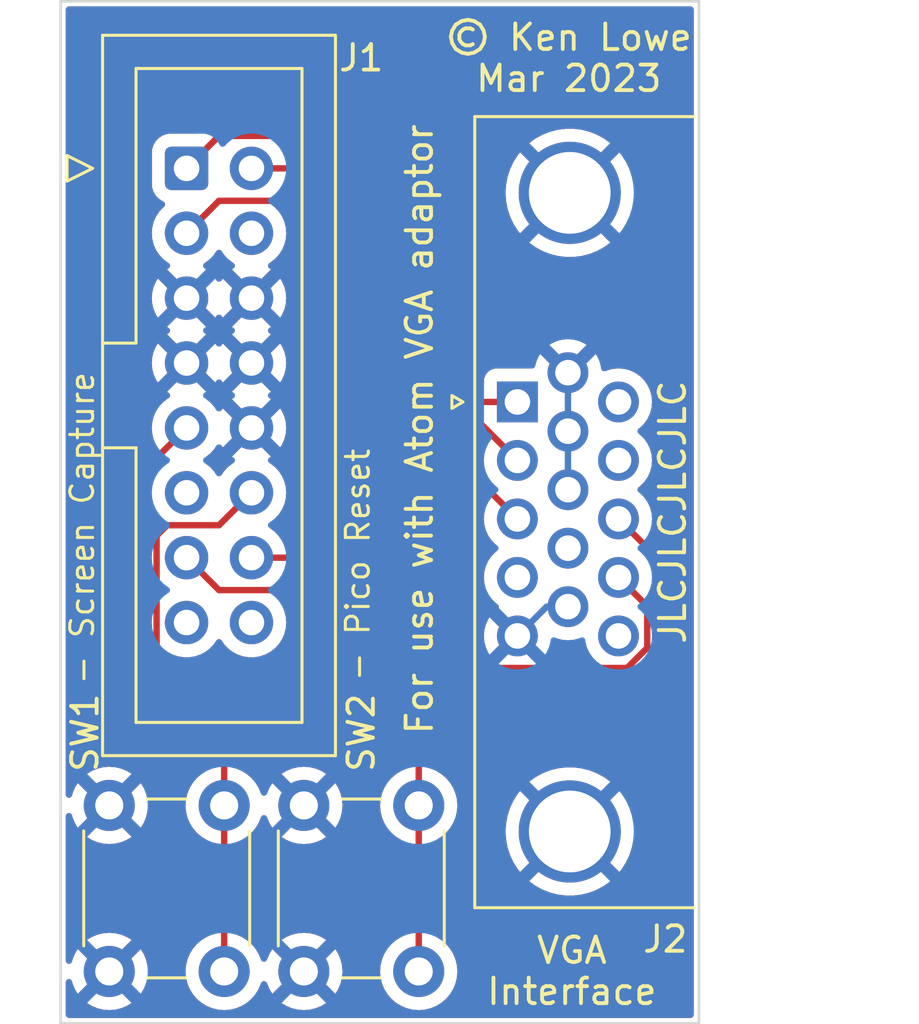
<source format=kicad_pcb>
(kicad_pcb (version 20221018) (generator pcbnew)
  (title_block (title "VGA Connector Board") (date "2023-10-03") (rev "02"))
  (layers (0 "F.Cu" signal) (31 "B.Cu" signal) (34 "B.Paste" user) (35 "F.Paste" user) (36 "B.SilkS" user "B.Silkscreen") (37 "F.SilkS" user "F.Silkscreen") (38 "B.Mask" user) (39 "F.Mask" user) (44 "Edge.Cuts" user))
  (net 0 "")
  (net 1 "/VGA_RED")
  (net 2 "/VGA_GREEN")
  (net 3 "/VGA_BLUE")
  (net 5 "GND")
  (net 6 "/~{SCR_CAP}")
  (net 8 "/~{PICO_RST}")
  (net 9 "/HSYNC")
  (net 10 "/VSYNC")
  (footprint "Button_Switch_THT:SW_PUSH_6mm" (layer "F.Cu") (at 144.218 94.789 -90)
    (fp_text reference "SW1" (at -2.846 5.4504 90) (layer "F.SilkS"))
    (fp_text value "SW_SPST")
    (fp_line (start -0.25 1.5) (end -0.25 3) (stroke (width 0.12)) (layer "F.SilkS"))
    (fp_line (start 1 5.5) (end 5.5 5.5) (stroke (width 0.12)) (layer "F.SilkS"))
    (fp_line (start 5.5 -1) (end 1 -1) (stroke (width 0.12)) (layer "F.SilkS"))
    (fp_line (start 6.75 3) (end 6.75 1.5) (stroke (width 0.12)) (layer "F.SilkS"))
    (pad "1" thru_hole circle (at 0 0) (size 2 2) (drill 1.1) (layers "*.Cu" "*.Mask") (net 6 "/~{SCR_CAP}"))
    (pad "1" thru_hole circle (at 6.5 0) (size 2 2) (drill 1.1) (layers "*.Cu" "*.Mask") (net 6 "/~{SCR_CAP}"))
    (pad "2" thru_hole circle (at 0 4.5) (size 2 2) (drill 1.1) (layers "*.Cu" "*.Mask") (net 5 "GND"))
    (pad "2" thru_hole circle (at 6.5 4.5) (size 2 2) (drill 1.1) (layers "*.Cu" "*.Mask") (net 5 "GND"))
  )
  (footprint "Button_Switch_THT:SW_PUSH_6mm" (layer "F.Cu") (at 151.838 94.789 -90)
    (fp_text reference "SW2" (at -2.846 2.25 90) (layer "F.SilkS"))
    (fp_text value "SW_SPST")
    (fp_line (start -0.25 1.5) (end -0.25 3) (stroke (width 0.12)) (layer "F.SilkS"))
    (fp_line (start 1 5.5) (end 5.5 5.5) (stroke (width 0.12)) (layer "F.SilkS"))
    (fp_line (start 5.5 -1) (end 1 -1) (stroke (width 0.12)) (layer "F.SilkS"))
    (fp_line (start 6.75 3) (end 6.75 1.5) (stroke (width 0.12)) (layer "F.SilkS"))
    (pad "1" thru_hole circle (at 0 0) (size 2 2) (drill 1.1) (layers "*.Cu" "*.Mask") (net 8 "/~{PICO_RST}"))
    (pad "1" thru_hole circle (at 6.5 0) (size 2 2) (drill 1.1) (layers "*.Cu" "*.Mask") (net 8 "/~{PICO_RST}"))
    (pad "2" thru_hole circle (at 0 4.5) (size 2 2) (drill 1.1) (layers "*.Cu" "*.Mask") (net 5 "GND"))
    (pad "2" thru_hole circle (at 6.5 4.5) (size 2 2) (drill 1.1) (layers "*.Cu" "*.Mask") (net 5 "GND"))
  )
  (footprint "Connector_IDC:IDC-Header_2x08_P2.54mm_Vertical" (layer "F.Cu") (at 142.746 69.85)
    (fp_text reference "J1" (at 6.842 -4.323) (layer "F.SilkS"))
    (fp_text value "Conn_02x08_Odd_Even")
    (fp_line (start -4.68 -0.5) (end -4.68 0.5) (stroke (width 0.12)) (layer "F.SilkS"))
    (fp_line (start -4.68 0.5) (end -3.68 0) (stroke (width 0.12)) (layer "F.SilkS"))
    (fp_line (start -3.68 0) (end -4.68 -0.5) (stroke (width 0.12)) (layer "F.SilkS"))
    (fp_line (start -3.29 -5.21) (end 5.83 -5.21) (stroke (width 0.12)) (layer "F.SilkS"))
    (fp_line (start -3.29 6.84) (end -1.98 6.84) (stroke (width 0.12)) (layer "F.SilkS"))
    (fp_line (start -3.29 22.99) (end -3.29 -5.21) (stroke (width 0.12)) (layer "F.SilkS"))
    (fp_line (start -1.98 -3.91) (end 4.52 -3.91) (stroke (width 0.12)) (layer "F.SilkS"))
    (fp_line (start -1.98 6.84) (end -1.98 -3.91) (stroke (width 0.12)) (layer "F.SilkS"))
    (fp_line (start -1.98 10.94) (end -3.29 10.94) (stroke (width 0.12)) (layer "F.SilkS"))
    (fp_line (start -1.98 10.94) (end -1.98 10.94) (stroke (width 0.12)) (layer "F.SilkS"))
    (fp_line (start -1.98 21.69) (end -1.98 10.94) (stroke (width 0.12)) (layer "F.SilkS"))
    (fp_line (start 4.52 -3.91) (end 4.52 21.69) (stroke (width 0.12)) (layer "F.SilkS"))
    (fp_line (start 4.52 21.69) (end -1.98 21.69) (stroke (width 0.12)) (layer "F.SilkS"))
    (fp_line (start 5.83 -5.21) (end 5.83 22.99) (stroke (width 0.12)) (layer "F.SilkS"))
    (fp_line (start 5.83 22.99) (end -3.29 22.99) (stroke (width 0.12)) (layer "F.SilkS"))
    (pad "1" thru_hole roundrect (at 0 0) (size 1.7 1.7) (drill 1) (layers "*.Cu" "*.Mask") (roundrect_rratio 0.1470588235) (net 1 "/VGA_RED"))
    (pad "2" thru_hole circle (at 2.54 0) (size 1.7 1.7) (drill 1) (layers "*.Cu" "*.Mask") (net 2 "/VGA_GREEN"))
    (pad "3" thru_hole circle (at 0 2.54) (size 1.7 1.7) (drill 1) (layers "*.Cu" "*.Mask") (net 3 "/VGA_BLUE"))
    (pad "4" thru_hole circle (at 2.54 2.54) (size 1.7 1.7) (drill 1) (layers "*.Cu" "*.Mask"))
    (pad "5" thru_hole circle (at 0 5.08) (size 1.7 1.7) (drill 1) (layers "*.Cu" "*.Mask") (net 5 "GND"))
    (pad "6" thru_hole circle (at 2.54 5.08) (size 1.7 1.7) (drill 1) (layers "*.Cu" "*.Mask") (net 5 "GND"))
    (pad "7" thru_hole circle (at 0 7.62) (size 1.7 1.7) (drill 1) (layers "*.Cu" "*.Mask") (net 5 "GND"))
    (pad "8" thru_hole circle (at 2.54 7.62) (size 1.7 1.7) (drill 1) (layers "*.Cu" "*.Mask") (net 5 "GND"))
    (pad "9" thru_hole circle (at 0 10.16) (size 1.7 1.7) (drill 1) (layers "*.Cu" "*.Mask") (net 6 "/~{SCR_CAP}"))
    (pad "10" thru_hole circle (at 2.54 10.16) (size 1.7 1.7) (drill 1) (layers "*.Cu" "*.Mask") (net 5 "GND"))
    (pad "11" thru_hole circle (at 0 12.7) (size 1.7 1.7) (drill 1) (layers "*.Cu" "*.Mask"))
    (pad "12" thru_hole circle (at 2.54 12.7) (size 1.7 1.7) (drill 1) (layers "*.Cu" "*.Mask") (net 8 "/~{PICO_RST}"))
    (pad "13" thru_hole circle (at 0 15.24) (size 1.7 1.7) (drill 1) (layers "*.Cu" "*.Mask") (net 9 "/HSYNC"))
    (pad "14" thru_hole circle (at 2.54 15.24) (size 1.7 1.7) (drill 1) (layers "*.Cu" "*.Mask") (net 10 "/VSYNC"))
    (pad "15" thru_hole circle (at 0 17.78) (size 1.7 1.7) (drill 1) (layers "*.Cu" "*.Mask"))
    (pad "16" thru_hole circle (at 2.54 17.78) (size 1.7 1.7) (drill 1) (layers "*.Cu" "*.Mask"))
  )
  (footprint "Connector_Dsub:DSUB-15-HD_Female_Horizontal_P2.29x1.98mm_EdgePinOffset3.03mm_Housed_MountingHolesOffset4.94mm" (layer "F.Cu") (at 155.702 78.994 90)
    (fp_text reference "J2" (at -21.0312 5.7912 180) (layer "F.SilkS"))
    (fp_text value "DB15_Female_HighDensity_MountingHoles")
    (fp_line (start -19.8 -1.67) (end 11.17 -1.67) (stroke (width 0.12)) (layer "F.SilkS"))
    (fp_line (start -19.8 6.93) (end -19.8 -1.67) (stroke (width 0.12)) (layer "F.SilkS"))
    (fp_line (start -0.25 -2.564338) (end 0.25 -2.564338) (stroke (width 0.12)) (layer "F.SilkS"))
    (fp_line (start 0 -2.131325) (end -0.25 -2.564338) (stroke (width 0.12)) (layer "F.SilkS"))
    (fp_line (start 0.25 -2.564338) (end 0 -2.131325) (stroke (width 0.12)) (layer "F.SilkS"))
    (fp_line (start 11.17 -1.67) (end 11.17 6.93) (stroke (width 0.12)) (layer "F.SilkS"))
    (pad "0" thru_hole circle (at -16.815 2.05 90) (size 4 4) (drill 3.2) (layers "*.Cu" "*.Mask") (net 5 "GND"))
    (pad "0" thru_hole circle (at 8.185 2.05 90) (size 4 4) (drill 3.2) (layers "*.Cu" "*.Mask") (net 5 "GND"))
    (pad "1" thru_hole rect (at 0 0 90) (size 1.6 1.6) (drill 1) (layers "*.Cu" "*.Mask") (net 1 "/VGA_RED"))
    (pad "2" thru_hole circle (at -2.29 0 90) (size 1.6 1.6) (drill 1) (layers "*.Cu" "*.Mask") (net 2 "/VGA_GREEN"))
    (pad "3" thru_hole circle (at -4.58 0 90) (size 1.6 1.6) (drill 1) (layers "*.Cu" "*.Mask") (net 3 "/VGA_BLUE"))
    (pad "4" thru_hole circle (at -6.87 0 90) (size 1.6 1.6) (drill 1) (layers "*.Cu" "*.Mask"))
    (pad "5" thru_hole circle (at -9.16 0 90) (size 1.6 1.6) (drill 1) (layers "*.Cu" "*.Mask") (net 5 "GND"))
    (pad "6" thru_hole circle (at 1.145 1.98 90) (size 1.6 1.6) (drill 1) (layers "*.Cu" "*.Mask") (net 5 "GND"))
    (pad "7" thru_hole circle (at -1.145 1.98 90) (size 1.6 1.6) (drill 1) (layers "*.Cu" "*.Mask") (net 5 "GND"))
    (pad "8" thru_hole circle (at -3.435 1.98 90) (size 1.6 1.6) (drill 1) (layers "*.Cu" "*.Mask") (net 5 "GND"))
    (pad "9" thru_hole circle (at -5.725 1.98 90) (size 1.6 1.6) (drill 1) (layers "*.Cu" "*.Mask"))
    (pad "10" thru_hole circle (at -8.015 1.98 90) (size 1.6 1.6) (drill 1) (layers "*.Cu" "*.Mask") (net 5 "GND"))
    (pad "11" thru_hole circle (at 0 3.96 90) (size 1.6 1.6) (drill 1) (layers "*.Cu" "*.Mask"))
    (pad "12" thru_hole circle (at -2.29 3.96 90) (size 1.6 1.6) (drill 1) (layers "*.Cu" "*.Mask"))
    (pad "13" thru_hole circle (at -4.58 3.96 90) (size 1.6 1.6) (drill 1) (layers "*.Cu" "*.Mask") (net 9 "/HSYNC"))
    (pad "14" thru_hole circle (at -6.87 3.96 90) (size 1.6 1.6) (drill 1) (layers "*.Cu" "*.Mask") (net 10 "/VSYNC"))
    (pad "15" thru_hole circle (at -9.16 3.96 90) (size 1.6 1.6) (drill 1) (layers "*.Cu" "*.Mask"))
  )
  (gr_line (start 162.812 103.309) (end 137.812 103.309) (stroke (width 0.1)) (layer "Edge.Cuts"))
  (gr_line (start 137.812 63.309) (end 162.812 63.309) (stroke (width 0.1)) (layer "Edge.Cuts"))
  (gr_line (start 137.812 103.309) (end 137.812 63.309) (stroke (width 0.1)) (layer "Edge.Cuts"))
  (gr_line (start 162.812 63.309) (end 162.812 103.309) (stroke (width 0.1)) (layer "Edge.Cuts"))
  (gr_text "© Ken Lowe\nMar 2023" (at 157.716 65.527) (layer "F.SilkS") (effects (font (size 1 1))))
  (gr_text "VGA\nInterface" (at 157.8356 101.2698) (layer "F.SilkS") (effects (font (size 1 1))))
  (gr_text "- Pico Reset" (at 149.4536 89.9922 90) (layer "F.SilkS") (effects (font (size 0.9 0.9) (thickness 0.12)) (justify left)))
  (gr_text "For use with Atom VGA adaptor" (at 151.8666 80.0608 90) (layer "F.SilkS") (effects (font (size 1 1))))
  (gr_text "- Screen Capture" (at 138.6586 90.1192 90) (layer "F.SilkS") (effects (font (size 0.9 0.9) (thickness 0.12)) (justify left)))
  (gr_text "JLCJLCJLCJLC" (at 161.78 83.307 90) (layer "F.SilkS") (effects (font (size 1 1))))
  (segment (start 150.114 78.994) (end 155.702 78.994) (width 0.25) (layer "F.Cu") (net 1))
  (segment (start 144.016 68.58) (end 149.098 68.58) (width 0.25) (layer "F.Cu") (net 1))
  (segment (start 149.098 68.58) (end 149.606 69.088) (width 0.25) (layer "F.Cu") (net 1))
  (segment (start 149.606 69.088) (end 149.606 78.486) (width 0.25) (layer "F.Cu") (net 1))
  (segment (start 144.016 68.58) (end 142.746 69.85) (width 0.25) (layer "F.Cu") (net 1))
  (segment (start 149.606 78.486) (end 150.114 78.994) (width 0.25) (layer "F.Cu") (net 1))
  (segment (start 149.927604 79.444) (end 149.098 78.614396) (width 0.25) (layer "F.Cu") (net 2))
  (segment (start 155.702 81.284) (end 153.862 79.444) (width 0.25) (layer "F.Cu") (net 2))
  (segment (start 149.098 78.614396) (end 149.098 70.358) (width 0.25) (layer "F.Cu") (net 2))
  (segment (start 148.59 69.85) (end 145.286 69.85) (width 0.25) (layer "F.Cu") (net 2))
  (segment (start 149.098 70.358) (end 148.59 69.85) (width 0.25) (layer "F.Cu") (net 2))
  (segment (start 153.862 79.444) (end 149.927604 79.444) (width 0.25) (layer "F.Cu") (net 2))
  (segment (start 148.59 78.742792) (end 148.59 71.628) (width 0.25) (layer "F.Cu") (net 3))
  (segment (start 153.812 80.309) (end 153.397 79.894) (width 0.25) (layer "F.Cu") (net 3))
  (segment (start 153.397 79.894) (end 149.741208 79.894) (width 0.25) (layer "F.Cu") (net 3))
  (segment (start 155.702 83.574) (end 153.812 81.684) (width 0.25) (layer "F.Cu") (net 3))
  (segment (start 149.741208 79.894) (end 148.59 78.742792) (width 0.25) (layer "F.Cu") (net 3))
  (segment (start 144.016 71.12) (end 142.746 72.39) (width 0.25) (layer "F.Cu") (net 3))
  (segment (start 153.812 81.684) (end 153.812 80.309) (width 0.25) (layer "F.Cu") (net 3))
  (segment (start 144.016 71.12) (end 148.082 71.12) (width 0.25) (layer "F.Cu") (net 3))
  (segment (start 148.59 71.628) (end 148.082 71.12) (width 0.25) (layer "F.Cu") (net 3))
  (segment (start 155.522 98.039) (end 155.857 97.704) (width 0.25) (layer "B.Cu") (net 5))
  (segment (start 147.338 101.289) (end 150.588 98.039) (width 0.25) (layer "B.Cu") (net 5))
  (segment (start 157.682 80.139) (end 157.682 82.429) (width 0.25) (layer "B.Cu") (net 5))
  (segment (start 155.857 97.704) (end 157.752 95.809) (width 0.25) (layer "B.Cu") (net 5))
  (segment (start 160.292 73.349) (end 157.752 70.809) (width 0.25) (layer "B.Cu") (net 5))
  (segment (start 145.286 80.01) (end 144.016 78.74) (width 0.25) (layer "B.Cu") (net 5))
  (segment (start 147.338 101.289) (end 144.088 98.039) (width 0.25) (layer "B.Cu") (net 5))
  (segment (start 155.702 88.154) (end 154.551 87.003) (width 0.25) (layer "B.Cu") (net 5))
  (segment (start 142.968 98.039) (end 139.718 101.289) (width 0.25) (layer "B.Cu") (net 5))
  (segment (start 149.243 85.922) (end 149.243 83.967) (width 0.25) (layer "B.Cu") (net 5))
  (segment (start 142.746 77.47) (end 145.286 74.93) (width 0.25) (layer "B.Cu") (net 5))
  (segment (start 149.243 83.967) (end 145.286 80.01) (width 0.25) (layer "B.Cu") (net 5))
  (segment (start 146.556 76.2) (end 145.286 74.93) (width 0.25) (layer "B.Cu") (net 5))
  (segment (start 160.292 75.239) (end 160.292 73.349) (width 0.25) (layer "B.Cu") (net 5))
  (segment (start 156.033 76.2) (end 157.682 77.849) (width 0.25) (layer "B.Cu") (net 5))
  (segment (start 157.682 87.009) (end 156.847 87.009) (width 0.25) (layer "B.Cu") (net 5))
  (segment (start 157.682 77.849) (end 160.292 75.239) (width 0.25) (layer "B.Cu") (net 5))
  (segment (start 156.847 87.009) (end 155.702 88.154) (width 0.25) (layer "B.Cu") (net 5))
  (segment (start 142.746 74.93) (end 145.286 77.47) (width 0.25) (layer "B.Cu") (net 5))
  (segment (start 157.682 77.849) (end 157.682 80.139) (width 0.25) (layer "B.Cu") (net 5))
  (segment (start 155.702 88.154) (end 154.45 89.406) (width 0.25) (layer "B.Cu") (net 5))
  (segment (start 144.088 98.039) (end 147.338 94.789) (width 0.25) (layer "B.Cu") (net 5))
  (segment (start 147.338 94.789) (end 150.588 98.039) (width 0.25) (layer "B.Cu") (net 5))
  (segment (start 154.45 89.406) (end 154.45 92.507) (width 0.25) (layer "B.Cu") (net 5))
  (segment (start 145.286 77.47) (end 144.016 78.74) (width 0.25) (layer "B.Cu") (net 5))
  (segment (start 146.556 76.2) (end 156.033 76.2) (width 0.25) (layer "B.Cu") (net 5))
  (segment (start 144.016 78.74) (end 142.746 77.47) (width 0.25) (layer "B.Cu") (net 5))
  (segment (start 154.551 87.003) (end 150.324 87.003) (width 0.25) (layer "B.Cu") (net 5))
  (segment (start 145.286 77.47) (end 146.556 76.2) (width 0.25) (layer "B.Cu") (net 5))
  (segment (start 150.588 98.039) (end 155.522 98.039) (width 0.25) (layer "B.Cu") (net 5))
  (segment (start 144.088 98.039) (end 142.968 98.039) (width 0.25) (layer "B.Cu") (net 5))
  (segment (start 142.968 98.039) (end 139.718 94.789) (width 0.25) (layer "B.Cu") (net 5))
  (segment (start 150.324 87.003) (end 149.243 85.922) (width 0.25) (layer "B.Cu") (net 5))
  (segment (start 154.45 92.507) (end 157.752 95.809) (width 0.25) (layer "B.Cu") (net 5))
  (segment (start 141.121 81.635) (end 141.121 91.435) (width 0.25) (layer "F.Cu") (net 6))
  (segment (start 141.121 91.478396) (end 141.121 91.435) (width 0.25) (layer "F.Cu") (net 6))
  (segment (start 142.289604 92.647) (end 141.121 91.478396) (width 0.25) (layer "F.Cu") (net 6))
  (segment (start 143.746 92.647) (end 142.289604 92.647) (width 0.25) (layer "F.Cu") (net 6))
  (segment (start 142.746 80.01) (end 141.121 81.635) (width 0.25) (layer "F.Cu") (net 6))
  (segment (start 144.218 94.789) (end 144.218 101.289) (width 0.25) (layer "F.Cu") (net 6))
  (segment (start 144.218 93.119) (end 143.746 92.647) (width 0.25) (layer "F.Cu") (net 6))
  (segment (start 144.218 94.789) (end 144.218 93.119) (width 0.25) (layer "F.Cu") (net 6))
  (segment (start 141.984 83.82) (end 141.571 84.233) (width 0.25) (layer "F.Cu") (net 8))
  (segment (start 151.33 92.197) (end 151.838 92.705) (width 0.25) (layer "F.Cu") (net 8))
  (segment (start 141.571 84.233) (end 141.571 91.292) (width 0.25) (layer "F.Cu") (net 8))
  (segment (start 151.838 101.289) (end 151.838 94.789) (width 0.25) (layer "F.Cu") (net 8))
  (segment (start 144.016 83.82) (end 141.984 83.82) (width 0.25) (layer "F.Cu") (net 8))
  (segment (start 142.476 92.197) (end 151.33 92.197) (width 0.25) (layer "F.Cu") (net 8))
  (segment (start 151.838 92.705) (end 151.838 94.789) (width 0.25) (layer "F.Cu") (net 8))
  (segment (start 141.571 91.292) (end 142.476 92.197) (width 0.25) (layer "F.Cu") (net 8))
  (segment (start 145.286 82.55) (end 144.016 83.82) (width 0.25) (layer "F.Cu") (net 8))
  (segment (start 161.29 85.202) (end 159.662 83.574) (width 0.25) (layer "F.Cu") (net 9))
  (segment (start 144.016 86.36) (end 147.574 86.36) (width 0.25) (layer "F.Cu") (net 9))
  (segment (start 144.016 86.36) (end 142.746 85.09) (width 0.25) (layer "F.Cu") (net 9))
  (segment (start 160.274 89.916) (end 161.29 88.9) (width 0.25) (layer "F.Cu") (net 9))
  (segment (start 148.082 86.868) (end 148.082 89.028396) (width 0.25) (layer "F.Cu") (net 9))
  (segment (start 147.574 86.36) (end 148.082 86.868) (width 0.25) (layer "F.Cu") (net 9))
  (segment (start 148.969604 89.916) (end 160.274 89.916) (width 0.25) (layer "F.Cu") (net 9))
  (segment (start 161.29 88.9) (end 161.29 85.202) (width 0.25) (layer "F.Cu") (net 9))
  (segment (start 148.082 89.028396) (end 148.969604 89.916) (width 0.25) (layer "F.Cu") (net 9))
  (segment (start 148.59 85.852) (end 147.828 85.09) (width 0.25) (layer "F.Cu") (net 10))
  (segment (start 147.828 85.09) (end 145.286 85.09) (width 0.25) (layer "F.Cu") (net 10))
  (segment (start 148.59 88.9) (end 148.59 85.852) (width 0.25) (layer "F.Cu") (net 10))
  (segment (start 160.787 88.619991) (end 159.998991 89.408) (width 0.25) (layer "F.Cu") (net 10))
  (segment (start 160.787 86.989) (end 160.787 88.619991) (width 0.25) (layer "F.Cu") (net 10))
  (segment (start 159.998991 89.408) (end 149.098 89.408) (width 0.25) (layer "F.Cu") (net 10))
  (segment (start 159.662 85.864) (end 160.787 86.989) (width 0.25) (layer "F.Cu") (net 10))
  (segment (start 149.098 89.408) (end 148.59 88.9) (width 0.25) (layer "F.Cu") (net 10))
  (zone (net 5) (net_name "GND") (layers "F&B.Cu") (connect_pads (clearance 0.508)) (min_thickness 0.254) (fill yes (thermal_gap 0.508) (thermal_bridge_width 0.508))
    (polygon (pts (xy 162.812 103.309) (xy 137.812 103.309) (xy 137.812 63.309) (xy 162.812 63.309)))
  )
)
</source>
